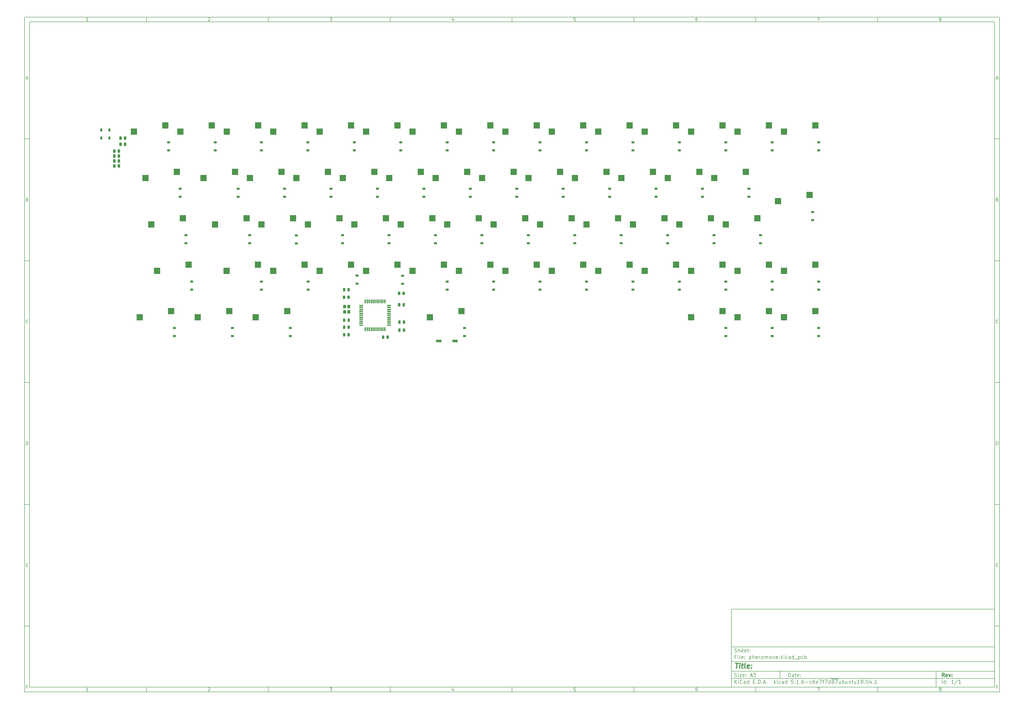
<source format=gbp>
G04 #@! TF.GenerationSoftware,KiCad,Pcbnew,5.1.6-c6e7f7d~87~ubuntu18.04.1*
G04 #@! TF.CreationDate,2020-08-29T00:17:55+02:00*
G04 #@! TF.ProjectId,pheromone,70686572-6f6d-46f6-9e65-2e6b69636164,rev?*
G04 #@! TF.SameCoordinates,Original*
G04 #@! TF.FileFunction,Paste,Bot*
G04 #@! TF.FilePolarity,Positive*
%FSLAX46Y46*%
G04 Gerber Fmt 4.6, Leading zero omitted, Abs format (unit mm)*
G04 Created by KiCad (PCBNEW 5.1.6-c6e7f7d~87~ubuntu18.04.1) date 2020-08-29 00:17:55*
%MOMM*%
%LPD*%
G01*
G04 APERTURE LIST*
%ADD10C,0.100000*%
%ADD11C,0.150000*%
%ADD12C,0.300000*%
%ADD13C,0.400000*%
%ADD14R,0.900000X1.200000*%
%ADD15R,1.500000X0.550000*%
%ADD16R,0.550000X1.500000*%
%ADD17R,1.200000X1.400000*%
%ADD18R,2.550000X2.500000*%
%ADD19R,1.200000X0.900000*%
%ADD20R,2.160000X1.120000*%
G04 APERTURE END LIST*
D10*
D11*
X299989000Y-253002200D02*
X299989000Y-285002200D01*
X407989000Y-285002200D01*
X407989000Y-253002200D01*
X299989000Y-253002200D01*
D10*
D11*
X10000000Y-10000000D02*
X10000000Y-287002200D01*
X409989000Y-287002200D01*
X409989000Y-10000000D01*
X10000000Y-10000000D01*
D10*
D11*
X12000000Y-12000000D02*
X12000000Y-285002200D01*
X407989000Y-285002200D01*
X407989000Y-12000000D01*
X12000000Y-12000000D01*
D10*
D11*
X60000000Y-12000000D02*
X60000000Y-10000000D01*
D10*
D11*
X110000000Y-12000000D02*
X110000000Y-10000000D01*
D10*
D11*
X160000000Y-12000000D02*
X160000000Y-10000000D01*
D10*
D11*
X210000000Y-12000000D02*
X210000000Y-10000000D01*
D10*
D11*
X260000000Y-12000000D02*
X260000000Y-10000000D01*
D10*
D11*
X310000000Y-12000000D02*
X310000000Y-10000000D01*
D10*
D11*
X360000000Y-12000000D02*
X360000000Y-10000000D01*
D10*
D11*
X36065476Y-11588095D02*
X35322619Y-11588095D01*
X35694047Y-11588095D02*
X35694047Y-10288095D01*
X35570238Y-10473809D01*
X35446428Y-10597619D01*
X35322619Y-10659523D01*
D10*
D11*
X85322619Y-10411904D02*
X85384523Y-10350000D01*
X85508333Y-10288095D01*
X85817857Y-10288095D01*
X85941666Y-10350000D01*
X86003571Y-10411904D01*
X86065476Y-10535714D01*
X86065476Y-10659523D01*
X86003571Y-10845238D01*
X85260714Y-11588095D01*
X86065476Y-11588095D01*
D10*
D11*
X135260714Y-10288095D02*
X136065476Y-10288095D01*
X135632142Y-10783333D01*
X135817857Y-10783333D01*
X135941666Y-10845238D01*
X136003571Y-10907142D01*
X136065476Y-11030952D01*
X136065476Y-11340476D01*
X136003571Y-11464285D01*
X135941666Y-11526190D01*
X135817857Y-11588095D01*
X135446428Y-11588095D01*
X135322619Y-11526190D01*
X135260714Y-11464285D01*
D10*
D11*
X185941666Y-10721428D02*
X185941666Y-11588095D01*
X185632142Y-10226190D02*
X185322619Y-11154761D01*
X186127380Y-11154761D01*
D10*
D11*
X236003571Y-10288095D02*
X235384523Y-10288095D01*
X235322619Y-10907142D01*
X235384523Y-10845238D01*
X235508333Y-10783333D01*
X235817857Y-10783333D01*
X235941666Y-10845238D01*
X236003571Y-10907142D01*
X236065476Y-11030952D01*
X236065476Y-11340476D01*
X236003571Y-11464285D01*
X235941666Y-11526190D01*
X235817857Y-11588095D01*
X235508333Y-11588095D01*
X235384523Y-11526190D01*
X235322619Y-11464285D01*
D10*
D11*
X285941666Y-10288095D02*
X285694047Y-10288095D01*
X285570238Y-10350000D01*
X285508333Y-10411904D01*
X285384523Y-10597619D01*
X285322619Y-10845238D01*
X285322619Y-11340476D01*
X285384523Y-11464285D01*
X285446428Y-11526190D01*
X285570238Y-11588095D01*
X285817857Y-11588095D01*
X285941666Y-11526190D01*
X286003571Y-11464285D01*
X286065476Y-11340476D01*
X286065476Y-11030952D01*
X286003571Y-10907142D01*
X285941666Y-10845238D01*
X285817857Y-10783333D01*
X285570238Y-10783333D01*
X285446428Y-10845238D01*
X285384523Y-10907142D01*
X285322619Y-11030952D01*
D10*
D11*
X335260714Y-10288095D02*
X336127380Y-10288095D01*
X335570238Y-11588095D01*
D10*
D11*
X385570238Y-10845238D02*
X385446428Y-10783333D01*
X385384523Y-10721428D01*
X385322619Y-10597619D01*
X385322619Y-10535714D01*
X385384523Y-10411904D01*
X385446428Y-10350000D01*
X385570238Y-10288095D01*
X385817857Y-10288095D01*
X385941666Y-10350000D01*
X386003571Y-10411904D01*
X386065476Y-10535714D01*
X386065476Y-10597619D01*
X386003571Y-10721428D01*
X385941666Y-10783333D01*
X385817857Y-10845238D01*
X385570238Y-10845238D01*
X385446428Y-10907142D01*
X385384523Y-10969047D01*
X385322619Y-11092857D01*
X385322619Y-11340476D01*
X385384523Y-11464285D01*
X385446428Y-11526190D01*
X385570238Y-11588095D01*
X385817857Y-11588095D01*
X385941666Y-11526190D01*
X386003571Y-11464285D01*
X386065476Y-11340476D01*
X386065476Y-11092857D01*
X386003571Y-10969047D01*
X385941666Y-10907142D01*
X385817857Y-10845238D01*
D10*
D11*
X60000000Y-285002200D02*
X60000000Y-287002200D01*
D10*
D11*
X110000000Y-285002200D02*
X110000000Y-287002200D01*
D10*
D11*
X160000000Y-285002200D02*
X160000000Y-287002200D01*
D10*
D11*
X210000000Y-285002200D02*
X210000000Y-287002200D01*
D10*
D11*
X260000000Y-285002200D02*
X260000000Y-287002200D01*
D10*
D11*
X310000000Y-285002200D02*
X310000000Y-287002200D01*
D10*
D11*
X360000000Y-285002200D02*
X360000000Y-287002200D01*
D10*
D11*
X36065476Y-286590295D02*
X35322619Y-286590295D01*
X35694047Y-286590295D02*
X35694047Y-285290295D01*
X35570238Y-285476009D01*
X35446428Y-285599819D01*
X35322619Y-285661723D01*
D10*
D11*
X85322619Y-285414104D02*
X85384523Y-285352200D01*
X85508333Y-285290295D01*
X85817857Y-285290295D01*
X85941666Y-285352200D01*
X86003571Y-285414104D01*
X86065476Y-285537914D01*
X86065476Y-285661723D01*
X86003571Y-285847438D01*
X85260714Y-286590295D01*
X86065476Y-286590295D01*
D10*
D11*
X135260714Y-285290295D02*
X136065476Y-285290295D01*
X135632142Y-285785533D01*
X135817857Y-285785533D01*
X135941666Y-285847438D01*
X136003571Y-285909342D01*
X136065476Y-286033152D01*
X136065476Y-286342676D01*
X136003571Y-286466485D01*
X135941666Y-286528390D01*
X135817857Y-286590295D01*
X135446428Y-286590295D01*
X135322619Y-286528390D01*
X135260714Y-286466485D01*
D10*
D11*
X185941666Y-285723628D02*
X185941666Y-286590295D01*
X185632142Y-285228390D02*
X185322619Y-286156961D01*
X186127380Y-286156961D01*
D10*
D11*
X236003571Y-285290295D02*
X235384523Y-285290295D01*
X235322619Y-285909342D01*
X235384523Y-285847438D01*
X235508333Y-285785533D01*
X235817857Y-285785533D01*
X235941666Y-285847438D01*
X236003571Y-285909342D01*
X236065476Y-286033152D01*
X236065476Y-286342676D01*
X236003571Y-286466485D01*
X235941666Y-286528390D01*
X235817857Y-286590295D01*
X235508333Y-286590295D01*
X235384523Y-286528390D01*
X235322619Y-286466485D01*
D10*
D11*
X285941666Y-285290295D02*
X285694047Y-285290295D01*
X285570238Y-285352200D01*
X285508333Y-285414104D01*
X285384523Y-285599819D01*
X285322619Y-285847438D01*
X285322619Y-286342676D01*
X285384523Y-286466485D01*
X285446428Y-286528390D01*
X285570238Y-286590295D01*
X285817857Y-286590295D01*
X285941666Y-286528390D01*
X286003571Y-286466485D01*
X286065476Y-286342676D01*
X286065476Y-286033152D01*
X286003571Y-285909342D01*
X285941666Y-285847438D01*
X285817857Y-285785533D01*
X285570238Y-285785533D01*
X285446428Y-285847438D01*
X285384523Y-285909342D01*
X285322619Y-286033152D01*
D10*
D11*
X335260714Y-285290295D02*
X336127380Y-285290295D01*
X335570238Y-286590295D01*
D10*
D11*
X385570238Y-285847438D02*
X385446428Y-285785533D01*
X385384523Y-285723628D01*
X385322619Y-285599819D01*
X385322619Y-285537914D01*
X385384523Y-285414104D01*
X385446428Y-285352200D01*
X385570238Y-285290295D01*
X385817857Y-285290295D01*
X385941666Y-285352200D01*
X386003571Y-285414104D01*
X386065476Y-285537914D01*
X386065476Y-285599819D01*
X386003571Y-285723628D01*
X385941666Y-285785533D01*
X385817857Y-285847438D01*
X385570238Y-285847438D01*
X385446428Y-285909342D01*
X385384523Y-285971247D01*
X385322619Y-286095057D01*
X385322619Y-286342676D01*
X385384523Y-286466485D01*
X385446428Y-286528390D01*
X385570238Y-286590295D01*
X385817857Y-286590295D01*
X385941666Y-286528390D01*
X386003571Y-286466485D01*
X386065476Y-286342676D01*
X386065476Y-286095057D01*
X386003571Y-285971247D01*
X385941666Y-285909342D01*
X385817857Y-285847438D01*
D10*
D11*
X10000000Y-60000000D02*
X12000000Y-60000000D01*
D10*
D11*
X10000000Y-110000000D02*
X12000000Y-110000000D01*
D10*
D11*
X10000000Y-160000000D02*
X12000000Y-160000000D01*
D10*
D11*
X10000000Y-210000000D02*
X12000000Y-210000000D01*
D10*
D11*
X10000000Y-260000000D02*
X12000000Y-260000000D01*
D10*
D11*
X10690476Y-35216666D02*
X11309523Y-35216666D01*
X10566666Y-35588095D02*
X11000000Y-34288095D01*
X11433333Y-35588095D01*
D10*
D11*
X11092857Y-84907142D02*
X11278571Y-84969047D01*
X11340476Y-85030952D01*
X11402380Y-85154761D01*
X11402380Y-85340476D01*
X11340476Y-85464285D01*
X11278571Y-85526190D01*
X11154761Y-85588095D01*
X10659523Y-85588095D01*
X10659523Y-84288095D01*
X11092857Y-84288095D01*
X11216666Y-84350000D01*
X11278571Y-84411904D01*
X11340476Y-84535714D01*
X11340476Y-84659523D01*
X11278571Y-84783333D01*
X11216666Y-84845238D01*
X11092857Y-84907142D01*
X10659523Y-84907142D01*
D10*
D11*
X11402380Y-135464285D02*
X11340476Y-135526190D01*
X11154761Y-135588095D01*
X11030952Y-135588095D01*
X10845238Y-135526190D01*
X10721428Y-135402380D01*
X10659523Y-135278571D01*
X10597619Y-135030952D01*
X10597619Y-134845238D01*
X10659523Y-134597619D01*
X10721428Y-134473809D01*
X10845238Y-134350000D01*
X11030952Y-134288095D01*
X11154761Y-134288095D01*
X11340476Y-134350000D01*
X11402380Y-134411904D01*
D10*
D11*
X10659523Y-185588095D02*
X10659523Y-184288095D01*
X10969047Y-184288095D01*
X11154761Y-184350000D01*
X11278571Y-184473809D01*
X11340476Y-184597619D01*
X11402380Y-184845238D01*
X11402380Y-185030952D01*
X11340476Y-185278571D01*
X11278571Y-185402380D01*
X11154761Y-185526190D01*
X10969047Y-185588095D01*
X10659523Y-185588095D01*
D10*
D11*
X10721428Y-234907142D02*
X11154761Y-234907142D01*
X11340476Y-235588095D02*
X10721428Y-235588095D01*
X10721428Y-234288095D01*
X11340476Y-234288095D01*
D10*
D11*
X11185714Y-284907142D02*
X10752380Y-284907142D01*
X10752380Y-285588095D02*
X10752380Y-284288095D01*
X11371428Y-284288095D01*
D10*
D11*
X409989000Y-60000000D02*
X407989000Y-60000000D01*
D10*
D11*
X409989000Y-110000000D02*
X407989000Y-110000000D01*
D10*
D11*
X409989000Y-160000000D02*
X407989000Y-160000000D01*
D10*
D11*
X409989000Y-210000000D02*
X407989000Y-210000000D01*
D10*
D11*
X409989000Y-260000000D02*
X407989000Y-260000000D01*
D10*
D11*
X408679476Y-35216666D02*
X409298523Y-35216666D01*
X408555666Y-35588095D02*
X408989000Y-34288095D01*
X409422333Y-35588095D01*
D10*
D11*
X409081857Y-84907142D02*
X409267571Y-84969047D01*
X409329476Y-85030952D01*
X409391380Y-85154761D01*
X409391380Y-85340476D01*
X409329476Y-85464285D01*
X409267571Y-85526190D01*
X409143761Y-85588095D01*
X408648523Y-85588095D01*
X408648523Y-84288095D01*
X409081857Y-84288095D01*
X409205666Y-84350000D01*
X409267571Y-84411904D01*
X409329476Y-84535714D01*
X409329476Y-84659523D01*
X409267571Y-84783333D01*
X409205666Y-84845238D01*
X409081857Y-84907142D01*
X408648523Y-84907142D01*
D10*
D11*
X409391380Y-135464285D02*
X409329476Y-135526190D01*
X409143761Y-135588095D01*
X409019952Y-135588095D01*
X408834238Y-135526190D01*
X408710428Y-135402380D01*
X408648523Y-135278571D01*
X408586619Y-135030952D01*
X408586619Y-134845238D01*
X408648523Y-134597619D01*
X408710428Y-134473809D01*
X408834238Y-134350000D01*
X409019952Y-134288095D01*
X409143761Y-134288095D01*
X409329476Y-134350000D01*
X409391380Y-134411904D01*
D10*
D11*
X408648523Y-185588095D02*
X408648523Y-184288095D01*
X408958047Y-184288095D01*
X409143761Y-184350000D01*
X409267571Y-184473809D01*
X409329476Y-184597619D01*
X409391380Y-184845238D01*
X409391380Y-185030952D01*
X409329476Y-185278571D01*
X409267571Y-185402380D01*
X409143761Y-185526190D01*
X408958047Y-185588095D01*
X408648523Y-185588095D01*
D10*
D11*
X408710428Y-234907142D02*
X409143761Y-234907142D01*
X409329476Y-235588095D02*
X408710428Y-235588095D01*
X408710428Y-234288095D01*
X409329476Y-234288095D01*
D10*
D11*
X409174714Y-284907142D02*
X408741380Y-284907142D01*
X408741380Y-285588095D02*
X408741380Y-284288095D01*
X409360428Y-284288095D01*
D10*
D11*
X323421142Y-280780771D02*
X323421142Y-279280771D01*
X323778285Y-279280771D01*
X323992571Y-279352200D01*
X324135428Y-279495057D01*
X324206857Y-279637914D01*
X324278285Y-279923628D01*
X324278285Y-280137914D01*
X324206857Y-280423628D01*
X324135428Y-280566485D01*
X323992571Y-280709342D01*
X323778285Y-280780771D01*
X323421142Y-280780771D01*
X325564000Y-280780771D02*
X325564000Y-279995057D01*
X325492571Y-279852200D01*
X325349714Y-279780771D01*
X325064000Y-279780771D01*
X324921142Y-279852200D01*
X325564000Y-280709342D02*
X325421142Y-280780771D01*
X325064000Y-280780771D01*
X324921142Y-280709342D01*
X324849714Y-280566485D01*
X324849714Y-280423628D01*
X324921142Y-280280771D01*
X325064000Y-280209342D01*
X325421142Y-280209342D01*
X325564000Y-280137914D01*
X326064000Y-279780771D02*
X326635428Y-279780771D01*
X326278285Y-279280771D02*
X326278285Y-280566485D01*
X326349714Y-280709342D01*
X326492571Y-280780771D01*
X326635428Y-280780771D01*
X327706857Y-280709342D02*
X327564000Y-280780771D01*
X327278285Y-280780771D01*
X327135428Y-280709342D01*
X327064000Y-280566485D01*
X327064000Y-279995057D01*
X327135428Y-279852200D01*
X327278285Y-279780771D01*
X327564000Y-279780771D01*
X327706857Y-279852200D01*
X327778285Y-279995057D01*
X327778285Y-280137914D01*
X327064000Y-280280771D01*
X328421142Y-280637914D02*
X328492571Y-280709342D01*
X328421142Y-280780771D01*
X328349714Y-280709342D01*
X328421142Y-280637914D01*
X328421142Y-280780771D01*
X328421142Y-279852200D02*
X328492571Y-279923628D01*
X328421142Y-279995057D01*
X328349714Y-279923628D01*
X328421142Y-279852200D01*
X328421142Y-279995057D01*
D10*
D11*
X299989000Y-281502200D02*
X407989000Y-281502200D01*
D10*
D11*
X301421142Y-283580771D02*
X301421142Y-282080771D01*
X302278285Y-283580771D02*
X301635428Y-282723628D01*
X302278285Y-282080771D02*
X301421142Y-282937914D01*
X302921142Y-283580771D02*
X302921142Y-282580771D01*
X302921142Y-282080771D02*
X302849714Y-282152200D01*
X302921142Y-282223628D01*
X302992571Y-282152200D01*
X302921142Y-282080771D01*
X302921142Y-282223628D01*
X304492571Y-283437914D02*
X304421142Y-283509342D01*
X304206857Y-283580771D01*
X304064000Y-283580771D01*
X303849714Y-283509342D01*
X303706857Y-283366485D01*
X303635428Y-283223628D01*
X303564000Y-282937914D01*
X303564000Y-282723628D01*
X303635428Y-282437914D01*
X303706857Y-282295057D01*
X303849714Y-282152200D01*
X304064000Y-282080771D01*
X304206857Y-282080771D01*
X304421142Y-282152200D01*
X304492571Y-282223628D01*
X305778285Y-283580771D02*
X305778285Y-282795057D01*
X305706857Y-282652200D01*
X305564000Y-282580771D01*
X305278285Y-282580771D01*
X305135428Y-282652200D01*
X305778285Y-283509342D02*
X305635428Y-283580771D01*
X305278285Y-283580771D01*
X305135428Y-283509342D01*
X305064000Y-283366485D01*
X305064000Y-283223628D01*
X305135428Y-283080771D01*
X305278285Y-283009342D01*
X305635428Y-283009342D01*
X305778285Y-282937914D01*
X307135428Y-283580771D02*
X307135428Y-282080771D01*
X307135428Y-283509342D02*
X306992571Y-283580771D01*
X306706857Y-283580771D01*
X306564000Y-283509342D01*
X306492571Y-283437914D01*
X306421142Y-283295057D01*
X306421142Y-282866485D01*
X306492571Y-282723628D01*
X306564000Y-282652200D01*
X306706857Y-282580771D01*
X306992571Y-282580771D01*
X307135428Y-282652200D01*
X308992571Y-282795057D02*
X309492571Y-282795057D01*
X309706857Y-283580771D02*
X308992571Y-283580771D01*
X308992571Y-282080771D01*
X309706857Y-282080771D01*
X310349714Y-283437914D02*
X310421142Y-283509342D01*
X310349714Y-283580771D01*
X310278285Y-283509342D01*
X310349714Y-283437914D01*
X310349714Y-283580771D01*
X311064000Y-283580771D02*
X311064000Y-282080771D01*
X311421142Y-282080771D01*
X311635428Y-282152200D01*
X311778285Y-282295057D01*
X311849714Y-282437914D01*
X311921142Y-282723628D01*
X311921142Y-282937914D01*
X311849714Y-283223628D01*
X311778285Y-283366485D01*
X311635428Y-283509342D01*
X311421142Y-283580771D01*
X311064000Y-283580771D01*
X312564000Y-283437914D02*
X312635428Y-283509342D01*
X312564000Y-283580771D01*
X312492571Y-283509342D01*
X312564000Y-283437914D01*
X312564000Y-283580771D01*
X313206857Y-283152200D02*
X313921142Y-283152200D01*
X313064000Y-283580771D02*
X313564000Y-282080771D01*
X314064000Y-283580771D01*
X314564000Y-283437914D02*
X314635428Y-283509342D01*
X314564000Y-283580771D01*
X314492571Y-283509342D01*
X314564000Y-283437914D01*
X314564000Y-283580771D01*
X317564000Y-283580771D02*
X317564000Y-282080771D01*
X317706857Y-283009342D02*
X318135428Y-283580771D01*
X318135428Y-282580771D02*
X317564000Y-283152200D01*
X318778285Y-283580771D02*
X318778285Y-282580771D01*
X318778285Y-282080771D02*
X318706857Y-282152200D01*
X318778285Y-282223628D01*
X318849714Y-282152200D01*
X318778285Y-282080771D01*
X318778285Y-282223628D01*
X320135428Y-283509342D02*
X319992571Y-283580771D01*
X319706857Y-283580771D01*
X319564000Y-283509342D01*
X319492571Y-283437914D01*
X319421142Y-283295057D01*
X319421142Y-282866485D01*
X319492571Y-282723628D01*
X319564000Y-282652200D01*
X319706857Y-282580771D01*
X319992571Y-282580771D01*
X320135428Y-282652200D01*
X321421142Y-283580771D02*
X321421142Y-282795057D01*
X321349714Y-282652200D01*
X321206857Y-282580771D01*
X320921142Y-282580771D01*
X320778285Y-282652200D01*
X321421142Y-283509342D02*
X321278285Y-283580771D01*
X320921142Y-283580771D01*
X320778285Y-283509342D01*
X320706857Y-283366485D01*
X320706857Y-283223628D01*
X320778285Y-283080771D01*
X320921142Y-283009342D01*
X321278285Y-283009342D01*
X321421142Y-282937914D01*
X322778285Y-283580771D02*
X322778285Y-282080771D01*
X322778285Y-283509342D02*
X322635428Y-283580771D01*
X322349714Y-283580771D01*
X322206857Y-283509342D01*
X322135428Y-283437914D01*
X322064000Y-283295057D01*
X322064000Y-282866485D01*
X322135428Y-282723628D01*
X322206857Y-282652200D01*
X322349714Y-282580771D01*
X322635428Y-282580771D01*
X322778285Y-282652200D01*
X325349714Y-282080771D02*
X324635428Y-282080771D01*
X324564000Y-282795057D01*
X324635428Y-282723628D01*
X324778285Y-282652200D01*
X325135428Y-282652200D01*
X325278285Y-282723628D01*
X325349714Y-282795057D01*
X325421142Y-282937914D01*
X325421142Y-283295057D01*
X325349714Y-283437914D01*
X325278285Y-283509342D01*
X325135428Y-283580771D01*
X324778285Y-283580771D01*
X324635428Y-283509342D01*
X324564000Y-283437914D01*
X326064000Y-283437914D02*
X326135428Y-283509342D01*
X326064000Y-283580771D01*
X325992571Y-283509342D01*
X326064000Y-283437914D01*
X326064000Y-283580771D01*
X327564000Y-283580771D02*
X326706857Y-283580771D01*
X327135428Y-283580771D02*
X327135428Y-282080771D01*
X326992571Y-282295057D01*
X326849714Y-282437914D01*
X326706857Y-282509342D01*
X328206857Y-283437914D02*
X328278285Y-283509342D01*
X328206857Y-283580771D01*
X328135428Y-283509342D01*
X328206857Y-283437914D01*
X328206857Y-283580771D01*
X329564000Y-282080771D02*
X329278285Y-282080771D01*
X329135428Y-282152200D01*
X329064000Y-282223628D01*
X328921142Y-282437914D01*
X328849714Y-282723628D01*
X328849714Y-283295057D01*
X328921142Y-283437914D01*
X328992571Y-283509342D01*
X329135428Y-283580771D01*
X329421142Y-283580771D01*
X329564000Y-283509342D01*
X329635428Y-283437914D01*
X329706857Y-283295057D01*
X329706857Y-282937914D01*
X329635428Y-282795057D01*
X329564000Y-282723628D01*
X329421142Y-282652200D01*
X329135428Y-282652200D01*
X328992571Y-282723628D01*
X328921142Y-282795057D01*
X328849714Y-282937914D01*
X330349714Y-283009342D02*
X331492571Y-283009342D01*
X332849714Y-283509342D02*
X332706857Y-283580771D01*
X332421142Y-283580771D01*
X332278285Y-283509342D01*
X332206857Y-283437914D01*
X332135428Y-283295057D01*
X332135428Y-282866485D01*
X332206857Y-282723628D01*
X332278285Y-282652200D01*
X332421142Y-282580771D01*
X332706857Y-282580771D01*
X332849714Y-282652200D01*
X334135428Y-282080771D02*
X333849714Y-282080771D01*
X333706857Y-282152200D01*
X333635428Y-282223628D01*
X333492571Y-282437914D01*
X333421142Y-282723628D01*
X333421142Y-283295057D01*
X333492571Y-283437914D01*
X333564000Y-283509342D01*
X333706857Y-283580771D01*
X333992571Y-283580771D01*
X334135428Y-283509342D01*
X334206857Y-283437914D01*
X334278285Y-283295057D01*
X334278285Y-282937914D01*
X334206857Y-282795057D01*
X334135428Y-282723628D01*
X333992571Y-282652200D01*
X333706857Y-282652200D01*
X333564000Y-282723628D01*
X333492571Y-282795057D01*
X333421142Y-282937914D01*
X335492571Y-283509342D02*
X335349714Y-283580771D01*
X335064000Y-283580771D01*
X334921142Y-283509342D01*
X334849714Y-283366485D01*
X334849714Y-282795057D01*
X334921142Y-282652200D01*
X335064000Y-282580771D01*
X335349714Y-282580771D01*
X335492571Y-282652200D01*
X335564000Y-282795057D01*
X335564000Y-282937914D01*
X334849714Y-283080771D01*
X336064000Y-282080771D02*
X337064000Y-282080771D01*
X336421142Y-283580771D01*
X337421142Y-282580771D02*
X337992571Y-282580771D01*
X337635428Y-283580771D02*
X337635428Y-282295057D01*
X337706857Y-282152200D01*
X337849714Y-282080771D01*
X337992571Y-282080771D01*
X338349714Y-282080771D02*
X339349714Y-282080771D01*
X338706857Y-283580771D01*
X340564000Y-283580771D02*
X340564000Y-282080771D01*
X340564000Y-283509342D02*
X340421142Y-283580771D01*
X340135428Y-283580771D01*
X339992571Y-283509342D01*
X339921142Y-283437914D01*
X339849714Y-283295057D01*
X339849714Y-282866485D01*
X339921142Y-282723628D01*
X339992571Y-282652200D01*
X340135428Y-282580771D01*
X340421142Y-282580771D01*
X340564000Y-282652200D01*
X340921142Y-281672200D02*
X342349714Y-281672200D01*
X341492571Y-282723628D02*
X341349714Y-282652200D01*
X341278285Y-282580771D01*
X341206857Y-282437914D01*
X341206857Y-282366485D01*
X341278285Y-282223628D01*
X341349714Y-282152200D01*
X341492571Y-282080771D01*
X341778285Y-282080771D01*
X341921142Y-282152200D01*
X341992571Y-282223628D01*
X342064000Y-282366485D01*
X342064000Y-282437914D01*
X341992571Y-282580771D01*
X341921142Y-282652200D01*
X341778285Y-282723628D01*
X341492571Y-282723628D01*
X341349714Y-282795057D01*
X341278285Y-282866485D01*
X341206857Y-283009342D01*
X341206857Y-283295057D01*
X341278285Y-283437914D01*
X341349714Y-283509342D01*
X341492571Y-283580771D01*
X341778285Y-283580771D01*
X341921142Y-283509342D01*
X341992571Y-283437914D01*
X342064000Y-283295057D01*
X342064000Y-283009342D01*
X341992571Y-282866485D01*
X341921142Y-282795057D01*
X341778285Y-282723628D01*
X342349714Y-281672200D02*
X343778285Y-281672200D01*
X342564000Y-282080771D02*
X343564000Y-282080771D01*
X342921142Y-283580771D01*
X344778285Y-282580771D02*
X344778285Y-283580771D01*
X344135428Y-282580771D02*
X344135428Y-283366485D01*
X344206857Y-283509342D01*
X344349714Y-283580771D01*
X344564000Y-283580771D01*
X344706857Y-283509342D01*
X344778285Y-283437914D01*
X345492571Y-283580771D02*
X345492571Y-282080771D01*
X345492571Y-282652200D02*
X345635428Y-282580771D01*
X345921142Y-282580771D01*
X346064000Y-282652200D01*
X346135428Y-282723628D01*
X346206857Y-282866485D01*
X346206857Y-283295057D01*
X346135428Y-283437914D01*
X346064000Y-283509342D01*
X345921142Y-283580771D01*
X345635428Y-283580771D01*
X345492571Y-283509342D01*
X347492571Y-282580771D02*
X347492571Y-283580771D01*
X346849714Y-282580771D02*
X346849714Y-283366485D01*
X346921142Y-283509342D01*
X347064000Y-283580771D01*
X347278285Y-283580771D01*
X347421142Y-283509342D01*
X347492571Y-283437914D01*
X348206857Y-282580771D02*
X348206857Y-283580771D01*
X348206857Y-282723628D02*
X348278285Y-282652200D01*
X348421142Y-282580771D01*
X348635428Y-282580771D01*
X348778285Y-282652200D01*
X348849714Y-282795057D01*
X348849714Y-283580771D01*
X349349714Y-282580771D02*
X349921142Y-282580771D01*
X349564000Y-282080771D02*
X349564000Y-283366485D01*
X349635428Y-283509342D01*
X349778285Y-283580771D01*
X349921142Y-283580771D01*
X351064000Y-282580771D02*
X351064000Y-283580771D01*
X350421142Y-282580771D02*
X350421142Y-283366485D01*
X350492571Y-283509342D01*
X350635428Y-283580771D01*
X350849714Y-283580771D01*
X350992571Y-283509342D01*
X351064000Y-283437914D01*
X352564000Y-283580771D02*
X351706857Y-283580771D01*
X352135428Y-283580771D02*
X352135428Y-282080771D01*
X351992571Y-282295057D01*
X351849714Y-282437914D01*
X351706857Y-282509342D01*
X353421142Y-282723628D02*
X353278285Y-282652200D01*
X353206857Y-282580771D01*
X353135428Y-282437914D01*
X353135428Y-282366485D01*
X353206857Y-282223628D01*
X353278285Y-282152200D01*
X353421142Y-282080771D01*
X353706857Y-282080771D01*
X353849714Y-282152200D01*
X353921142Y-282223628D01*
X353992571Y-282366485D01*
X353992571Y-282437914D01*
X353921142Y-282580771D01*
X353849714Y-282652200D01*
X353706857Y-282723628D01*
X353421142Y-282723628D01*
X353278285Y-282795057D01*
X353206857Y-282866485D01*
X353135428Y-283009342D01*
X353135428Y-283295057D01*
X353206857Y-283437914D01*
X353278285Y-283509342D01*
X353421142Y-283580771D01*
X353706857Y-283580771D01*
X353849714Y-283509342D01*
X353921142Y-283437914D01*
X353992571Y-283295057D01*
X353992571Y-283009342D01*
X353921142Y-282866485D01*
X353849714Y-282795057D01*
X353706857Y-282723628D01*
X354635428Y-283437914D02*
X354706857Y-283509342D01*
X354635428Y-283580771D01*
X354564000Y-283509342D01*
X354635428Y-283437914D01*
X354635428Y-283580771D01*
X355635428Y-282080771D02*
X355778285Y-282080771D01*
X355921142Y-282152200D01*
X355992571Y-282223628D01*
X356064000Y-282366485D01*
X356135428Y-282652200D01*
X356135428Y-283009342D01*
X356064000Y-283295057D01*
X355992571Y-283437914D01*
X355921142Y-283509342D01*
X355778285Y-283580771D01*
X355635428Y-283580771D01*
X355492571Y-283509342D01*
X355421142Y-283437914D01*
X355349714Y-283295057D01*
X355278285Y-283009342D01*
X355278285Y-282652200D01*
X355349714Y-282366485D01*
X355421142Y-282223628D01*
X355492571Y-282152200D01*
X355635428Y-282080771D01*
X357421142Y-282580771D02*
X357421142Y-283580771D01*
X357064000Y-282009342D02*
X356706857Y-283080771D01*
X357635428Y-283080771D01*
X358206857Y-283437914D02*
X358278285Y-283509342D01*
X358206857Y-283580771D01*
X358135428Y-283509342D01*
X358206857Y-283437914D01*
X358206857Y-283580771D01*
X359706857Y-283580771D02*
X358849714Y-283580771D01*
X359278285Y-283580771D02*
X359278285Y-282080771D01*
X359135428Y-282295057D01*
X358992571Y-282437914D01*
X358849714Y-282509342D01*
D10*
D11*
X299989000Y-278502200D02*
X407989000Y-278502200D01*
D10*
D12*
X387398285Y-280780771D02*
X386898285Y-280066485D01*
X386541142Y-280780771D02*
X386541142Y-279280771D01*
X387112571Y-279280771D01*
X387255428Y-279352200D01*
X387326857Y-279423628D01*
X387398285Y-279566485D01*
X387398285Y-279780771D01*
X387326857Y-279923628D01*
X387255428Y-279995057D01*
X387112571Y-280066485D01*
X386541142Y-280066485D01*
X388612571Y-280709342D02*
X388469714Y-280780771D01*
X388184000Y-280780771D01*
X388041142Y-280709342D01*
X387969714Y-280566485D01*
X387969714Y-279995057D01*
X388041142Y-279852200D01*
X388184000Y-279780771D01*
X388469714Y-279780771D01*
X388612571Y-279852200D01*
X388684000Y-279995057D01*
X388684000Y-280137914D01*
X387969714Y-280280771D01*
X389184000Y-279780771D02*
X389541142Y-280780771D01*
X389898285Y-279780771D01*
X390469714Y-280637914D02*
X390541142Y-280709342D01*
X390469714Y-280780771D01*
X390398285Y-280709342D01*
X390469714Y-280637914D01*
X390469714Y-280780771D01*
X390469714Y-279852200D02*
X390541142Y-279923628D01*
X390469714Y-279995057D01*
X390398285Y-279923628D01*
X390469714Y-279852200D01*
X390469714Y-279995057D01*
D10*
D11*
X301349714Y-280709342D02*
X301564000Y-280780771D01*
X301921142Y-280780771D01*
X302064000Y-280709342D01*
X302135428Y-280637914D01*
X302206857Y-280495057D01*
X302206857Y-280352200D01*
X302135428Y-280209342D01*
X302064000Y-280137914D01*
X301921142Y-280066485D01*
X301635428Y-279995057D01*
X301492571Y-279923628D01*
X301421142Y-279852200D01*
X301349714Y-279709342D01*
X301349714Y-279566485D01*
X301421142Y-279423628D01*
X301492571Y-279352200D01*
X301635428Y-279280771D01*
X301992571Y-279280771D01*
X302206857Y-279352200D01*
X302849714Y-280780771D02*
X302849714Y-279780771D01*
X302849714Y-279280771D02*
X302778285Y-279352200D01*
X302849714Y-279423628D01*
X302921142Y-279352200D01*
X302849714Y-279280771D01*
X302849714Y-279423628D01*
X303421142Y-279780771D02*
X304206857Y-279780771D01*
X303421142Y-280780771D01*
X304206857Y-280780771D01*
X305349714Y-280709342D02*
X305206857Y-280780771D01*
X304921142Y-280780771D01*
X304778285Y-280709342D01*
X304706857Y-280566485D01*
X304706857Y-279995057D01*
X304778285Y-279852200D01*
X304921142Y-279780771D01*
X305206857Y-279780771D01*
X305349714Y-279852200D01*
X305421142Y-279995057D01*
X305421142Y-280137914D01*
X304706857Y-280280771D01*
X306064000Y-280637914D02*
X306135428Y-280709342D01*
X306064000Y-280780771D01*
X305992571Y-280709342D01*
X306064000Y-280637914D01*
X306064000Y-280780771D01*
X306064000Y-279852200D02*
X306135428Y-279923628D01*
X306064000Y-279995057D01*
X305992571Y-279923628D01*
X306064000Y-279852200D01*
X306064000Y-279995057D01*
X307849714Y-280352200D02*
X308564000Y-280352200D01*
X307706857Y-280780771D02*
X308206857Y-279280771D01*
X308706857Y-280780771D01*
X309064000Y-279280771D02*
X309992571Y-279280771D01*
X309492571Y-279852200D01*
X309706857Y-279852200D01*
X309849714Y-279923628D01*
X309921142Y-279995057D01*
X309992571Y-280137914D01*
X309992571Y-280495057D01*
X309921142Y-280637914D01*
X309849714Y-280709342D01*
X309706857Y-280780771D01*
X309278285Y-280780771D01*
X309135428Y-280709342D01*
X309064000Y-280637914D01*
D10*
D11*
X386421142Y-283580771D02*
X386421142Y-282080771D01*
X387778285Y-283580771D02*
X387778285Y-282080771D01*
X387778285Y-283509342D02*
X387635428Y-283580771D01*
X387349714Y-283580771D01*
X387206857Y-283509342D01*
X387135428Y-283437914D01*
X387064000Y-283295057D01*
X387064000Y-282866485D01*
X387135428Y-282723628D01*
X387206857Y-282652200D01*
X387349714Y-282580771D01*
X387635428Y-282580771D01*
X387778285Y-282652200D01*
X388492571Y-283437914D02*
X388564000Y-283509342D01*
X388492571Y-283580771D01*
X388421142Y-283509342D01*
X388492571Y-283437914D01*
X388492571Y-283580771D01*
X388492571Y-282652200D02*
X388564000Y-282723628D01*
X388492571Y-282795057D01*
X388421142Y-282723628D01*
X388492571Y-282652200D01*
X388492571Y-282795057D01*
X391135428Y-283580771D02*
X390278285Y-283580771D01*
X390706857Y-283580771D02*
X390706857Y-282080771D01*
X390564000Y-282295057D01*
X390421142Y-282437914D01*
X390278285Y-282509342D01*
X392849714Y-282009342D02*
X391564000Y-283937914D01*
X394135428Y-283580771D02*
X393278285Y-283580771D01*
X393706857Y-283580771D02*
X393706857Y-282080771D01*
X393564000Y-282295057D01*
X393421142Y-282437914D01*
X393278285Y-282509342D01*
D10*
D11*
X299989000Y-274502200D02*
X407989000Y-274502200D01*
D10*
D13*
X301701380Y-275206961D02*
X302844238Y-275206961D01*
X302022809Y-277206961D02*
X302272809Y-275206961D01*
X303260904Y-277206961D02*
X303427571Y-275873628D01*
X303510904Y-275206961D02*
X303403761Y-275302200D01*
X303487095Y-275397438D01*
X303594238Y-275302200D01*
X303510904Y-275206961D01*
X303487095Y-275397438D01*
X304094238Y-275873628D02*
X304856142Y-275873628D01*
X304463285Y-275206961D02*
X304249000Y-276921247D01*
X304320428Y-277111723D01*
X304499000Y-277206961D01*
X304689476Y-277206961D01*
X305641857Y-277206961D02*
X305463285Y-277111723D01*
X305391857Y-276921247D01*
X305606142Y-275206961D01*
X307177571Y-277111723D02*
X306975190Y-277206961D01*
X306594238Y-277206961D01*
X306415666Y-277111723D01*
X306344238Y-276921247D01*
X306439476Y-276159342D01*
X306558523Y-275968866D01*
X306760904Y-275873628D01*
X307141857Y-275873628D01*
X307320428Y-275968866D01*
X307391857Y-276159342D01*
X307368047Y-276349819D01*
X306391857Y-276540295D01*
X308141857Y-277016485D02*
X308225190Y-277111723D01*
X308118047Y-277206961D01*
X308034714Y-277111723D01*
X308141857Y-277016485D01*
X308118047Y-277206961D01*
X308272809Y-275968866D02*
X308356142Y-276064104D01*
X308249000Y-276159342D01*
X308165666Y-276064104D01*
X308272809Y-275968866D01*
X308249000Y-276159342D01*
D10*
D11*
X301921142Y-272595057D02*
X301421142Y-272595057D01*
X301421142Y-273380771D02*
X301421142Y-271880771D01*
X302135428Y-271880771D01*
X302706857Y-273380771D02*
X302706857Y-272380771D01*
X302706857Y-271880771D02*
X302635428Y-271952200D01*
X302706857Y-272023628D01*
X302778285Y-271952200D01*
X302706857Y-271880771D01*
X302706857Y-272023628D01*
X303635428Y-273380771D02*
X303492571Y-273309342D01*
X303421142Y-273166485D01*
X303421142Y-271880771D01*
X304778285Y-273309342D02*
X304635428Y-273380771D01*
X304349714Y-273380771D01*
X304206857Y-273309342D01*
X304135428Y-273166485D01*
X304135428Y-272595057D01*
X304206857Y-272452200D01*
X304349714Y-272380771D01*
X304635428Y-272380771D01*
X304778285Y-272452200D01*
X304849714Y-272595057D01*
X304849714Y-272737914D01*
X304135428Y-272880771D01*
X305492571Y-273237914D02*
X305564000Y-273309342D01*
X305492571Y-273380771D01*
X305421142Y-273309342D01*
X305492571Y-273237914D01*
X305492571Y-273380771D01*
X305492571Y-272452200D02*
X305564000Y-272523628D01*
X305492571Y-272595057D01*
X305421142Y-272523628D01*
X305492571Y-272452200D01*
X305492571Y-272595057D01*
X307349714Y-272380771D02*
X307349714Y-273880771D01*
X307349714Y-272452200D02*
X307492571Y-272380771D01*
X307778285Y-272380771D01*
X307921142Y-272452200D01*
X307992571Y-272523628D01*
X308064000Y-272666485D01*
X308064000Y-273095057D01*
X307992571Y-273237914D01*
X307921142Y-273309342D01*
X307778285Y-273380771D01*
X307492571Y-273380771D01*
X307349714Y-273309342D01*
X308706857Y-273380771D02*
X308706857Y-271880771D01*
X309349714Y-273380771D02*
X309349714Y-272595057D01*
X309278285Y-272452200D01*
X309135428Y-272380771D01*
X308921142Y-272380771D01*
X308778285Y-272452200D01*
X308706857Y-272523628D01*
X310635428Y-273309342D02*
X310492571Y-273380771D01*
X310206857Y-273380771D01*
X310064000Y-273309342D01*
X309992571Y-273166485D01*
X309992571Y-272595057D01*
X310064000Y-272452200D01*
X310206857Y-272380771D01*
X310492571Y-272380771D01*
X310635428Y-272452200D01*
X310706857Y-272595057D01*
X310706857Y-272737914D01*
X309992571Y-272880771D01*
X311349714Y-273380771D02*
X311349714Y-272380771D01*
X311349714Y-272666485D02*
X311421142Y-272523628D01*
X311492571Y-272452200D01*
X311635428Y-272380771D01*
X311778285Y-272380771D01*
X312492571Y-273380771D02*
X312349714Y-273309342D01*
X312278285Y-273237914D01*
X312206857Y-273095057D01*
X312206857Y-272666485D01*
X312278285Y-272523628D01*
X312349714Y-272452200D01*
X312492571Y-272380771D01*
X312706857Y-272380771D01*
X312849714Y-272452200D01*
X312921142Y-272523628D01*
X312992571Y-272666485D01*
X312992571Y-273095057D01*
X312921142Y-273237914D01*
X312849714Y-273309342D01*
X312706857Y-273380771D01*
X312492571Y-273380771D01*
X313635428Y-273380771D02*
X313635428Y-272380771D01*
X313635428Y-272523628D02*
X313706857Y-272452200D01*
X313849714Y-272380771D01*
X314064000Y-272380771D01*
X314206857Y-272452200D01*
X314278285Y-272595057D01*
X314278285Y-273380771D01*
X314278285Y-272595057D02*
X314349714Y-272452200D01*
X314492571Y-272380771D01*
X314706857Y-272380771D01*
X314849714Y-272452200D01*
X314921142Y-272595057D01*
X314921142Y-273380771D01*
X315849714Y-273380771D02*
X315706857Y-273309342D01*
X315635428Y-273237914D01*
X315564000Y-273095057D01*
X315564000Y-272666485D01*
X315635428Y-272523628D01*
X315706857Y-272452200D01*
X315849714Y-272380771D01*
X316064000Y-272380771D01*
X316206857Y-272452200D01*
X316278285Y-272523628D01*
X316349714Y-272666485D01*
X316349714Y-273095057D01*
X316278285Y-273237914D01*
X316206857Y-273309342D01*
X316064000Y-273380771D01*
X315849714Y-273380771D01*
X316992571Y-272380771D02*
X316992571Y-273380771D01*
X316992571Y-272523628D02*
X317064000Y-272452200D01*
X317206857Y-272380771D01*
X317421142Y-272380771D01*
X317564000Y-272452200D01*
X317635428Y-272595057D01*
X317635428Y-273380771D01*
X318921142Y-273309342D02*
X318778285Y-273380771D01*
X318492571Y-273380771D01*
X318349714Y-273309342D01*
X318278285Y-273166485D01*
X318278285Y-272595057D01*
X318349714Y-272452200D01*
X318492571Y-272380771D01*
X318778285Y-272380771D01*
X318921142Y-272452200D01*
X318992571Y-272595057D01*
X318992571Y-272737914D01*
X318278285Y-272880771D01*
X319635428Y-273237914D02*
X319706857Y-273309342D01*
X319635428Y-273380771D01*
X319564000Y-273309342D01*
X319635428Y-273237914D01*
X319635428Y-273380771D01*
X320349714Y-273380771D02*
X320349714Y-271880771D01*
X320492571Y-272809342D02*
X320921142Y-273380771D01*
X320921142Y-272380771D02*
X320349714Y-272952200D01*
X321564000Y-273380771D02*
X321564000Y-272380771D01*
X321564000Y-271880771D02*
X321492571Y-271952200D01*
X321564000Y-272023628D01*
X321635428Y-271952200D01*
X321564000Y-271880771D01*
X321564000Y-272023628D01*
X322921142Y-273309342D02*
X322778285Y-273380771D01*
X322492571Y-273380771D01*
X322349714Y-273309342D01*
X322278285Y-273237914D01*
X322206857Y-273095057D01*
X322206857Y-272666485D01*
X322278285Y-272523628D01*
X322349714Y-272452200D01*
X322492571Y-272380771D01*
X322778285Y-272380771D01*
X322921142Y-272452200D01*
X324206857Y-273380771D02*
X324206857Y-272595057D01*
X324135428Y-272452200D01*
X323992571Y-272380771D01*
X323706857Y-272380771D01*
X323564000Y-272452200D01*
X324206857Y-273309342D02*
X324064000Y-273380771D01*
X323706857Y-273380771D01*
X323564000Y-273309342D01*
X323492571Y-273166485D01*
X323492571Y-273023628D01*
X323564000Y-272880771D01*
X323706857Y-272809342D01*
X324064000Y-272809342D01*
X324206857Y-272737914D01*
X325564000Y-273380771D02*
X325564000Y-271880771D01*
X325564000Y-273309342D02*
X325421142Y-273380771D01*
X325135428Y-273380771D01*
X324992571Y-273309342D01*
X324921142Y-273237914D01*
X324849714Y-273095057D01*
X324849714Y-272666485D01*
X324921142Y-272523628D01*
X324992571Y-272452200D01*
X325135428Y-272380771D01*
X325421142Y-272380771D01*
X325564000Y-272452200D01*
X325921142Y-273523628D02*
X327064000Y-273523628D01*
X327421142Y-272380771D02*
X327421142Y-273880771D01*
X327421142Y-272452200D02*
X327564000Y-272380771D01*
X327849714Y-272380771D01*
X327992571Y-272452200D01*
X328064000Y-272523628D01*
X328135428Y-272666485D01*
X328135428Y-273095057D01*
X328064000Y-273237914D01*
X327992571Y-273309342D01*
X327849714Y-273380771D01*
X327564000Y-273380771D01*
X327421142Y-273309342D01*
X329421142Y-273309342D02*
X329278285Y-273380771D01*
X328992571Y-273380771D01*
X328849714Y-273309342D01*
X328778285Y-273237914D01*
X328706857Y-273095057D01*
X328706857Y-272666485D01*
X328778285Y-272523628D01*
X328849714Y-272452200D01*
X328992571Y-272380771D01*
X329278285Y-272380771D01*
X329421142Y-272452200D01*
X330064000Y-273380771D02*
X330064000Y-271880771D01*
X330064000Y-272452200D02*
X330206857Y-272380771D01*
X330492571Y-272380771D01*
X330635428Y-272452200D01*
X330706857Y-272523628D01*
X330778285Y-272666485D01*
X330778285Y-273095057D01*
X330706857Y-273237914D01*
X330635428Y-273309342D01*
X330492571Y-273380771D01*
X330206857Y-273380771D01*
X330064000Y-273309342D01*
D10*
D11*
X299989000Y-268502200D02*
X407989000Y-268502200D01*
D10*
D11*
X301349714Y-270609342D02*
X301564000Y-270680771D01*
X301921142Y-270680771D01*
X302064000Y-270609342D01*
X302135428Y-270537914D01*
X302206857Y-270395057D01*
X302206857Y-270252200D01*
X302135428Y-270109342D01*
X302064000Y-270037914D01*
X301921142Y-269966485D01*
X301635428Y-269895057D01*
X301492571Y-269823628D01*
X301421142Y-269752200D01*
X301349714Y-269609342D01*
X301349714Y-269466485D01*
X301421142Y-269323628D01*
X301492571Y-269252200D01*
X301635428Y-269180771D01*
X301992571Y-269180771D01*
X302206857Y-269252200D01*
X302849714Y-270680771D02*
X302849714Y-269180771D01*
X303492571Y-270680771D02*
X303492571Y-269895057D01*
X303421142Y-269752200D01*
X303278285Y-269680771D01*
X303064000Y-269680771D01*
X302921142Y-269752200D01*
X302849714Y-269823628D01*
X304778285Y-270609342D02*
X304635428Y-270680771D01*
X304349714Y-270680771D01*
X304206857Y-270609342D01*
X304135428Y-270466485D01*
X304135428Y-269895057D01*
X304206857Y-269752200D01*
X304349714Y-269680771D01*
X304635428Y-269680771D01*
X304778285Y-269752200D01*
X304849714Y-269895057D01*
X304849714Y-270037914D01*
X304135428Y-270180771D01*
X306064000Y-270609342D02*
X305921142Y-270680771D01*
X305635428Y-270680771D01*
X305492571Y-270609342D01*
X305421142Y-270466485D01*
X305421142Y-269895057D01*
X305492571Y-269752200D01*
X305635428Y-269680771D01*
X305921142Y-269680771D01*
X306064000Y-269752200D01*
X306135428Y-269895057D01*
X306135428Y-270037914D01*
X305421142Y-270180771D01*
X306564000Y-269680771D02*
X307135428Y-269680771D01*
X306778285Y-269180771D02*
X306778285Y-270466485D01*
X306849714Y-270609342D01*
X306992571Y-270680771D01*
X307135428Y-270680771D01*
X307635428Y-270537914D02*
X307706857Y-270609342D01*
X307635428Y-270680771D01*
X307564000Y-270609342D01*
X307635428Y-270537914D01*
X307635428Y-270680771D01*
X307635428Y-269752200D02*
X307706857Y-269823628D01*
X307635428Y-269895057D01*
X307564000Y-269823628D01*
X307635428Y-269752200D01*
X307635428Y-269895057D01*
D10*
D11*
X319989000Y-278502200D02*
X319989000Y-281502200D01*
D10*
D11*
X383989000Y-278502200D02*
X383989000Y-285002200D01*
G36*
G01*
X47302000Y-66599750D02*
X47302000Y-67512250D01*
G75*
G02*
X47058250Y-67756000I-243750J0D01*
G01*
X46570750Y-67756000D01*
G75*
G02*
X46327000Y-67512250I0J243750D01*
G01*
X46327000Y-66599750D01*
G75*
G02*
X46570750Y-66356000I243750J0D01*
G01*
X47058250Y-66356000D01*
G75*
G02*
X47302000Y-66599750I0J-243750D01*
G01*
G37*
G36*
G01*
X49177000Y-66599750D02*
X49177000Y-67512250D01*
G75*
G02*
X48933250Y-67756000I-243750J0D01*
G01*
X48445750Y-67756000D01*
G75*
G02*
X48202000Y-67512250I0J243750D01*
G01*
X48202000Y-66599750D01*
G75*
G02*
X48445750Y-66356000I243750J0D01*
G01*
X48933250Y-66356000D01*
G75*
G02*
X49177000Y-66599750I0J-243750D01*
G01*
G37*
G36*
G01*
X47302000Y-68631750D02*
X47302000Y-69544250D01*
G75*
G02*
X47058250Y-69788000I-243750J0D01*
G01*
X46570750Y-69788000D01*
G75*
G02*
X46327000Y-69544250I0J243750D01*
G01*
X46327000Y-68631750D01*
G75*
G02*
X46570750Y-68388000I243750J0D01*
G01*
X47058250Y-68388000D01*
G75*
G02*
X47302000Y-68631750I0J-243750D01*
G01*
G37*
G36*
G01*
X49177000Y-68631750D02*
X49177000Y-69544250D01*
G75*
G02*
X48933250Y-69788000I-243750J0D01*
G01*
X48445750Y-69788000D01*
G75*
G02*
X48202000Y-69544250I0J243750D01*
G01*
X48202000Y-68631750D01*
G75*
G02*
X48445750Y-68388000I243750J0D01*
G01*
X48933250Y-68388000D01*
G75*
G02*
X49177000Y-68631750I0J-243750D01*
G01*
G37*
G36*
G01*
X47302000Y-70663750D02*
X47302000Y-71576250D01*
G75*
G02*
X47058250Y-71820000I-243750J0D01*
G01*
X46570750Y-71820000D01*
G75*
G02*
X46327000Y-71576250I0J243750D01*
G01*
X46327000Y-70663750D01*
G75*
G02*
X46570750Y-70420000I243750J0D01*
G01*
X47058250Y-70420000D01*
G75*
G02*
X47302000Y-70663750I0J-243750D01*
G01*
G37*
G36*
G01*
X49177000Y-70663750D02*
X49177000Y-71576250D01*
G75*
G02*
X48933250Y-71820000I-243750J0D01*
G01*
X48445750Y-71820000D01*
G75*
G02*
X48202000Y-71576250I0J243750D01*
G01*
X48202000Y-70663750D01*
G75*
G02*
X48445750Y-70420000I243750J0D01*
G01*
X48933250Y-70420000D01*
G75*
G02*
X49177000Y-70663750I0J-243750D01*
G01*
G37*
G36*
G01*
X47302000Y-64567750D02*
X47302000Y-65480250D01*
G75*
G02*
X47058250Y-65724000I-243750J0D01*
G01*
X46570750Y-65724000D01*
G75*
G02*
X46327000Y-65480250I0J243750D01*
G01*
X46327000Y-64567750D01*
G75*
G02*
X46570750Y-64324000I243750J0D01*
G01*
X47058250Y-64324000D01*
G75*
G02*
X47302000Y-64567750I0J-243750D01*
G01*
G37*
G36*
G01*
X49177000Y-64567750D02*
X49177000Y-65480250D01*
G75*
G02*
X48933250Y-65724000I-243750J0D01*
G01*
X48445750Y-65724000D01*
G75*
G02*
X48202000Y-65480250I0J243750D01*
G01*
X48202000Y-64567750D01*
G75*
G02*
X48445750Y-64324000I243750J0D01*
G01*
X48933250Y-64324000D01*
G75*
G02*
X49177000Y-64567750I0J-243750D01*
G01*
G37*
G36*
G01*
X50742000Y-60146250D02*
X50742000Y-59233750D01*
G75*
G02*
X50985750Y-58990000I243750J0D01*
G01*
X51473250Y-58990000D01*
G75*
G02*
X51717000Y-59233750I0J-243750D01*
G01*
X51717000Y-60146250D01*
G75*
G02*
X51473250Y-60390000I-243750J0D01*
G01*
X50985750Y-60390000D01*
G75*
G02*
X50742000Y-60146250I0J243750D01*
G01*
G37*
G36*
G01*
X48867000Y-60146250D02*
X48867000Y-59233750D01*
G75*
G02*
X49110750Y-58990000I243750J0D01*
G01*
X49598250Y-58990000D01*
G75*
G02*
X49842000Y-59233750I0J-243750D01*
G01*
X49842000Y-60146250D01*
G75*
G02*
X49598250Y-60390000I-243750J0D01*
G01*
X49110750Y-60390000D01*
G75*
G02*
X48867000Y-60146250I0J243750D01*
G01*
G37*
G36*
G01*
X50742000Y-62686250D02*
X50742000Y-61773750D01*
G75*
G02*
X50985750Y-61530000I243750J0D01*
G01*
X51473250Y-61530000D01*
G75*
G02*
X51717000Y-61773750I0J-243750D01*
G01*
X51717000Y-62686250D01*
G75*
G02*
X51473250Y-62930000I-243750J0D01*
G01*
X50985750Y-62930000D01*
G75*
G02*
X50742000Y-62686250I0J243750D01*
G01*
G37*
G36*
G01*
X48867000Y-62686250D02*
X48867000Y-61773750D01*
G75*
G02*
X49110750Y-61530000I243750J0D01*
G01*
X49598250Y-61530000D01*
G75*
G02*
X49842000Y-61773750I0J-243750D01*
G01*
X49842000Y-62686250D01*
G75*
G02*
X49598250Y-62930000I-243750J0D01*
G01*
X49110750Y-62930000D01*
G75*
G02*
X48867000Y-62686250I0J243750D01*
G01*
G37*
D14*
X44830000Y-56388000D03*
X41530000Y-56388000D03*
X41530000Y-59690000D03*
X44830000Y-59690000D03*
D15*
X159500000Y-136400000D03*
X159500000Y-135600000D03*
X159500000Y-134800000D03*
X159500000Y-134000000D03*
X159500000Y-133200000D03*
X159500000Y-132400000D03*
X159500000Y-131600000D03*
X159500000Y-130800000D03*
X159500000Y-130000000D03*
X159500000Y-129200000D03*
X159500000Y-128400000D03*
D16*
X157800000Y-126700000D03*
X157000000Y-126700000D03*
X156200000Y-126700000D03*
X155400000Y-126700000D03*
X154600000Y-126700000D03*
X153800000Y-126700000D03*
X153000000Y-126700000D03*
X152200000Y-126700000D03*
X151400000Y-126700000D03*
X150600000Y-126700000D03*
X149800000Y-126700000D03*
D15*
X148100000Y-128400000D03*
X148100000Y-129200000D03*
X148100000Y-130000000D03*
X148100000Y-130800000D03*
X148100000Y-131600000D03*
X148100000Y-132400000D03*
X148100000Y-133200000D03*
X148100000Y-134000000D03*
X148100000Y-134800000D03*
X148100000Y-135600000D03*
X148100000Y-136400000D03*
D16*
X149800000Y-138100000D03*
X150600000Y-138100000D03*
X151400000Y-138100000D03*
X152200000Y-138100000D03*
X153000000Y-138100000D03*
X153800000Y-138100000D03*
X154600000Y-138100000D03*
X155400000Y-138100000D03*
X156200000Y-138100000D03*
X157000000Y-138100000D03*
X157800000Y-138100000D03*
G36*
G01*
X164150000Y-122943750D02*
X164150000Y-123856250D01*
G75*
G02*
X163906250Y-124100000I-243750J0D01*
G01*
X163418750Y-124100000D01*
G75*
G02*
X163175000Y-123856250I0J243750D01*
G01*
X163175000Y-122943750D01*
G75*
G02*
X163418750Y-122700000I243750J0D01*
G01*
X163906250Y-122700000D01*
G75*
G02*
X164150000Y-122943750I0J-243750D01*
G01*
G37*
G36*
G01*
X166025000Y-122943750D02*
X166025000Y-123856250D01*
G75*
G02*
X165781250Y-124100000I-243750J0D01*
G01*
X165293750Y-124100000D01*
G75*
G02*
X165050000Y-123856250I0J243750D01*
G01*
X165050000Y-122943750D01*
G75*
G02*
X165293750Y-122700000I243750J0D01*
G01*
X165781250Y-122700000D01*
G75*
G02*
X166025000Y-122943750I0J-243750D01*
G01*
G37*
G36*
G01*
X165175000Y-138956250D02*
X165175000Y-138043750D01*
G75*
G02*
X165418750Y-137800000I243750J0D01*
G01*
X165906250Y-137800000D01*
G75*
G02*
X166150000Y-138043750I0J-243750D01*
G01*
X166150000Y-138956250D01*
G75*
G02*
X165906250Y-139200000I-243750J0D01*
G01*
X165418750Y-139200000D01*
G75*
G02*
X165175000Y-138956250I0J243750D01*
G01*
G37*
G36*
G01*
X163300000Y-138956250D02*
X163300000Y-138043750D01*
G75*
G02*
X163543750Y-137800000I243750J0D01*
G01*
X164031250Y-137800000D01*
G75*
G02*
X164275000Y-138043750I0J-243750D01*
G01*
X164275000Y-138956250D01*
G75*
G02*
X164031250Y-139200000I-243750J0D01*
G01*
X163543750Y-139200000D01*
G75*
G02*
X163300000Y-138956250I0J243750D01*
G01*
G37*
G36*
G01*
X157575000Y-140943750D02*
X157575000Y-141856250D01*
G75*
G02*
X157331250Y-142100000I-243750J0D01*
G01*
X156843750Y-142100000D01*
G75*
G02*
X156600000Y-141856250I0J243750D01*
G01*
X156600000Y-140943750D01*
G75*
G02*
X156843750Y-140700000I243750J0D01*
G01*
X157331250Y-140700000D01*
G75*
G02*
X157575000Y-140943750I0J-243750D01*
G01*
G37*
G36*
G01*
X159450000Y-140943750D02*
X159450000Y-141856250D01*
G75*
G02*
X159206250Y-142100000I-243750J0D01*
G01*
X158718750Y-142100000D01*
G75*
G02*
X158475000Y-141856250I0J243750D01*
G01*
X158475000Y-140943750D01*
G75*
G02*
X158718750Y-140700000I243750J0D01*
G01*
X159206250Y-140700000D01*
G75*
G02*
X159450000Y-140943750I0J-243750D01*
G01*
G37*
G36*
G01*
X164175000Y-127643750D02*
X164175000Y-128556250D01*
G75*
G02*
X163931250Y-128800000I-243750J0D01*
G01*
X163443750Y-128800000D01*
G75*
G02*
X163200000Y-128556250I0J243750D01*
G01*
X163200000Y-127643750D01*
G75*
G02*
X163443750Y-127400000I243750J0D01*
G01*
X163931250Y-127400000D01*
G75*
G02*
X164175000Y-127643750I0J-243750D01*
G01*
G37*
G36*
G01*
X166050000Y-127643750D02*
X166050000Y-128556250D01*
G75*
G02*
X165806250Y-128800000I-243750J0D01*
G01*
X165318750Y-128800000D01*
G75*
G02*
X165075000Y-128556250I0J243750D01*
G01*
X165075000Y-127643750D01*
G75*
G02*
X165318750Y-127400000I243750J0D01*
G01*
X165806250Y-127400000D01*
G75*
G02*
X166050000Y-127643750I0J-243750D01*
G01*
G37*
G36*
G01*
X164275000Y-134743750D02*
X164275000Y-135656250D01*
G75*
G02*
X164031250Y-135900000I-243750J0D01*
G01*
X163543750Y-135900000D01*
G75*
G02*
X163300000Y-135656250I0J243750D01*
G01*
X163300000Y-134743750D01*
G75*
G02*
X163543750Y-134500000I243750J0D01*
G01*
X164031250Y-134500000D01*
G75*
G02*
X164275000Y-134743750I0J-243750D01*
G01*
G37*
G36*
G01*
X166150000Y-134743750D02*
X166150000Y-135656250D01*
G75*
G02*
X165906250Y-135900000I-243750J0D01*
G01*
X165418750Y-135900000D01*
G75*
G02*
X165175000Y-135656250I0J243750D01*
G01*
X165175000Y-134743750D01*
G75*
G02*
X165418750Y-134500000I243750J0D01*
G01*
X165906250Y-134500000D01*
G75*
G02*
X166150000Y-134743750I0J-243750D01*
G01*
G37*
G36*
G01*
X142475000Y-122356250D02*
X142475000Y-121443750D01*
G75*
G02*
X142718750Y-121200000I243750J0D01*
G01*
X143206250Y-121200000D01*
G75*
G02*
X143450000Y-121443750I0J-243750D01*
G01*
X143450000Y-122356250D01*
G75*
G02*
X143206250Y-122600000I-243750J0D01*
G01*
X142718750Y-122600000D01*
G75*
G02*
X142475000Y-122356250I0J243750D01*
G01*
G37*
G36*
G01*
X140600000Y-122356250D02*
X140600000Y-121443750D01*
G75*
G02*
X140843750Y-121200000I243750J0D01*
G01*
X141331250Y-121200000D01*
G75*
G02*
X141575000Y-121443750I0J-243750D01*
G01*
X141575000Y-122356250D01*
G75*
G02*
X141331250Y-122600000I-243750J0D01*
G01*
X140843750Y-122600000D01*
G75*
G02*
X140600000Y-122356250I0J243750D01*
G01*
G37*
G36*
G01*
X142475000Y-137756250D02*
X142475000Y-136843750D01*
G75*
G02*
X142718750Y-136600000I243750J0D01*
G01*
X143206250Y-136600000D01*
G75*
G02*
X143450000Y-136843750I0J-243750D01*
G01*
X143450000Y-137756250D01*
G75*
G02*
X143206250Y-138000000I-243750J0D01*
G01*
X142718750Y-138000000D01*
G75*
G02*
X142475000Y-137756250I0J243750D01*
G01*
G37*
G36*
G01*
X140600000Y-137756250D02*
X140600000Y-136843750D01*
G75*
G02*
X140843750Y-136600000I243750J0D01*
G01*
X141331250Y-136600000D01*
G75*
G02*
X141575000Y-136843750I0J-243750D01*
G01*
X141575000Y-137756250D01*
G75*
G02*
X141331250Y-138000000I-243750J0D01*
G01*
X140843750Y-138000000D01*
G75*
G02*
X140600000Y-137756250I0J243750D01*
G01*
G37*
G36*
G01*
X142475000Y-140856250D02*
X142475000Y-139943750D01*
G75*
G02*
X142718750Y-139700000I243750J0D01*
G01*
X143206250Y-139700000D01*
G75*
G02*
X143450000Y-139943750I0J-243750D01*
G01*
X143450000Y-140856250D01*
G75*
G02*
X143206250Y-141100000I-243750J0D01*
G01*
X142718750Y-141100000D01*
G75*
G02*
X142475000Y-140856250I0J243750D01*
G01*
G37*
G36*
G01*
X140600000Y-140856250D02*
X140600000Y-139943750D01*
G75*
G02*
X140843750Y-139700000I243750J0D01*
G01*
X141331250Y-139700000D01*
G75*
G02*
X141575000Y-139943750I0J-243750D01*
G01*
X141575000Y-140856250D01*
G75*
G02*
X141331250Y-141100000I-243750J0D01*
G01*
X140843750Y-141100000D01*
G75*
G02*
X140600000Y-140856250I0J243750D01*
G01*
G37*
G36*
G01*
X142475000Y-134856250D02*
X142475000Y-133943750D01*
G75*
G02*
X142718750Y-133700000I243750J0D01*
G01*
X143206250Y-133700000D01*
G75*
G02*
X143450000Y-133943750I0J-243750D01*
G01*
X143450000Y-134856250D01*
G75*
G02*
X143206250Y-135100000I-243750J0D01*
G01*
X142718750Y-135100000D01*
G75*
G02*
X142475000Y-134856250I0J243750D01*
G01*
G37*
G36*
G01*
X140600000Y-134856250D02*
X140600000Y-133943750D01*
G75*
G02*
X140843750Y-133700000I243750J0D01*
G01*
X141331250Y-133700000D01*
G75*
G02*
X141575000Y-133943750I0J-243750D01*
G01*
X141575000Y-134856250D01*
G75*
G02*
X141331250Y-135100000I-243750J0D01*
G01*
X140843750Y-135100000D01*
G75*
G02*
X140600000Y-134856250I0J243750D01*
G01*
G37*
G36*
G01*
X142450000Y-125456250D02*
X142450000Y-124543750D01*
G75*
G02*
X142693750Y-124300000I243750J0D01*
G01*
X143181250Y-124300000D01*
G75*
G02*
X143425000Y-124543750I0J-243750D01*
G01*
X143425000Y-125456250D01*
G75*
G02*
X143181250Y-125700000I-243750J0D01*
G01*
X142693750Y-125700000D01*
G75*
G02*
X142450000Y-125456250I0J243750D01*
G01*
G37*
G36*
G01*
X140575000Y-125456250D02*
X140575000Y-124543750D01*
G75*
G02*
X140818750Y-124300000I243750J0D01*
G01*
X141306250Y-124300000D01*
G75*
G02*
X141550000Y-124543750I0J-243750D01*
G01*
X141550000Y-125456250D01*
G75*
G02*
X141306250Y-125700000I-243750J0D01*
G01*
X140818750Y-125700000D01*
G75*
G02*
X140575000Y-125456250I0J243750D01*
G01*
G37*
D17*
X141300000Y-128800000D03*
X141300000Y-131000000D03*
X143000000Y-131000000D03*
X143000000Y-128800000D03*
D18*
X189198250Y-130651250D03*
X176271250Y-133191250D03*
X296354500Y-54451250D03*
X283427500Y-56991250D03*
X77279500Y-111601250D03*
X64352500Y-114141250D03*
X117760750Y-130651250D03*
X104833750Y-133191250D03*
X93948250Y-130651250D03*
X81021250Y-133191250D03*
X70135750Y-130651250D03*
X57208750Y-133191250D03*
X334454500Y-111601250D03*
X321527500Y-114141250D03*
D19*
X69056250Y-61453125D03*
X69056250Y-64753125D03*
X88200000Y-61400000D03*
X88200000Y-64700000D03*
X107156250Y-61453125D03*
X107156250Y-64753125D03*
X126206250Y-61453125D03*
X126206250Y-64753125D03*
X145256250Y-61453125D03*
X145256250Y-64753125D03*
X164306250Y-61453125D03*
X164306250Y-64753125D03*
X183356250Y-61453125D03*
X183356250Y-64753125D03*
X202406250Y-61453125D03*
X202406250Y-64753125D03*
X221456250Y-61453125D03*
X221456250Y-64753125D03*
X240506250Y-61453125D03*
X240506250Y-64753125D03*
X259556250Y-61453125D03*
X259556250Y-64753125D03*
X278606250Y-61453125D03*
X278606250Y-64753125D03*
X297656250Y-61453125D03*
X297656250Y-64753125D03*
X316706250Y-61453125D03*
X316706250Y-64753125D03*
X335756250Y-61453125D03*
X335756250Y-64753125D03*
X73818750Y-80503125D03*
X73818750Y-83803125D03*
X97631250Y-80500000D03*
X97631250Y-83800000D03*
X116681250Y-80503125D03*
X116681250Y-83803125D03*
X135731250Y-80503125D03*
X135731250Y-83803125D03*
X154781250Y-80503125D03*
X154781250Y-83803125D03*
X173831250Y-80503125D03*
X173831250Y-83803125D03*
X192881250Y-80503125D03*
X192881250Y-83803125D03*
X211931250Y-80503125D03*
X211931250Y-83803125D03*
X230981250Y-80503125D03*
X230981250Y-83803125D03*
X250031250Y-80503125D03*
X250031250Y-83803125D03*
X269081250Y-80503125D03*
X269081250Y-83803125D03*
X288131250Y-80503125D03*
X288131250Y-83803125D03*
X307181250Y-80503125D03*
X307181250Y-83803125D03*
X76200000Y-99553125D03*
X76200000Y-102853125D03*
X102393750Y-99553125D03*
X102393750Y-102853125D03*
X121500000Y-99600000D03*
X121500000Y-102900000D03*
X140493750Y-99553125D03*
X140493750Y-102853125D03*
X159543750Y-99553125D03*
X159543750Y-102853125D03*
X178593750Y-99553125D03*
X178593750Y-102853125D03*
X197643750Y-99553125D03*
X197643750Y-102853125D03*
X216693750Y-99553125D03*
X216693750Y-102853125D03*
X235743750Y-99553125D03*
X235743750Y-102853125D03*
X254793750Y-99553125D03*
X254793750Y-102853125D03*
X273843750Y-99553125D03*
X273843750Y-102853125D03*
X292893750Y-99553125D03*
X292893750Y-102853125D03*
X311943750Y-99553125D03*
X311943750Y-102853125D03*
X333375000Y-90028125D03*
X333375000Y-93328125D03*
X78581250Y-118603125D03*
X78581250Y-121903125D03*
X107156250Y-118603125D03*
X107156250Y-121903125D03*
X126300000Y-118600000D03*
X126300000Y-121900000D03*
X146400000Y-116150000D03*
X146400000Y-119450000D03*
X165106250Y-116203125D03*
X165106250Y-119503125D03*
X183356250Y-118603125D03*
X183356250Y-121903125D03*
X202406250Y-118603125D03*
X202406250Y-121903125D03*
X221456250Y-118603125D03*
X221456250Y-121903125D03*
X240506250Y-118603125D03*
X240506250Y-121903125D03*
X259556250Y-118603125D03*
X259556250Y-121903125D03*
X278606250Y-118603125D03*
X278606250Y-121903125D03*
X297656250Y-118603125D03*
X297656250Y-121903125D03*
X316706250Y-118603125D03*
X316706250Y-121903125D03*
X335756250Y-118603125D03*
X335756250Y-121903125D03*
X71437500Y-137653125D03*
X71437500Y-140953125D03*
X95250000Y-137653125D03*
X95250000Y-140953125D03*
X119062500Y-137653125D03*
X119062500Y-140953125D03*
X190500000Y-137653125D03*
X190500000Y-140953125D03*
X297656250Y-137653125D03*
X297656250Y-140953125D03*
X316706250Y-137653125D03*
X316706250Y-140953125D03*
X335756250Y-137653125D03*
X335756250Y-140953125D03*
D18*
X67754500Y-54451250D03*
X54827500Y-56991250D03*
X86804500Y-54451250D03*
X73877500Y-56991250D03*
X105854500Y-54451250D03*
X92927500Y-56991250D03*
X124904500Y-54451250D03*
X111977500Y-56991250D03*
X143954500Y-54451250D03*
X131027500Y-56991250D03*
X163004500Y-54451250D03*
X150077500Y-56991250D03*
X182054500Y-54451250D03*
X169127500Y-56991250D03*
X201104500Y-54451250D03*
X188177500Y-56991250D03*
X220154500Y-54451250D03*
X207227500Y-56991250D03*
X239204500Y-54451250D03*
X226277500Y-56991250D03*
X258254500Y-54451250D03*
X245327500Y-56991250D03*
X277304500Y-54451250D03*
X264377500Y-56991250D03*
X315404500Y-54451250D03*
X302477500Y-56991250D03*
X334454500Y-54451250D03*
X321527500Y-56991250D03*
X72517000Y-73501250D03*
X59590000Y-76041250D03*
X96329500Y-73501250D03*
X83402500Y-76041250D03*
X115379500Y-73501250D03*
X102452500Y-76041250D03*
X134429500Y-73501250D03*
X121502500Y-76041250D03*
X153479500Y-73501250D03*
X140552500Y-76041250D03*
X172529500Y-73501250D03*
X159602500Y-76041250D03*
X191579500Y-73501250D03*
X178652500Y-76041250D03*
X210629500Y-73501250D03*
X197702500Y-76041250D03*
X229679500Y-73501250D03*
X216752500Y-76041250D03*
X248729500Y-73501250D03*
X235802500Y-76041250D03*
X267779500Y-73501250D03*
X254852500Y-76041250D03*
X286829500Y-73501250D03*
X273902500Y-76041250D03*
X305879500Y-73501250D03*
X292952500Y-76041250D03*
X74898250Y-92551250D03*
X61971250Y-95091250D03*
X101092000Y-92551250D03*
X88165000Y-95091250D03*
X120142000Y-92551250D03*
X107215000Y-95091250D03*
X139192000Y-92551250D03*
X126265000Y-95091250D03*
X158242000Y-92551250D03*
X145315000Y-95091250D03*
X177292000Y-92551250D03*
X164365000Y-95091250D03*
X196342000Y-92551250D03*
X183415000Y-95091250D03*
X215392000Y-92551250D03*
X202465000Y-95091250D03*
X234442000Y-92551250D03*
X221515000Y-95091250D03*
X253492000Y-92551250D03*
X240565000Y-95091250D03*
X272542000Y-92551250D03*
X259615000Y-95091250D03*
X291592000Y-92551250D03*
X278665000Y-95091250D03*
X310642000Y-92551250D03*
X297715000Y-95091250D03*
X319146250Y-85566250D03*
X332073250Y-83026250D03*
X105795750Y-111601250D03*
X92868750Y-114141250D03*
X124904500Y-111601250D03*
X111977500Y-114141250D03*
X143954500Y-111601250D03*
X131027500Y-114141250D03*
X163004500Y-111601250D03*
X150077500Y-114141250D03*
X182054500Y-111601250D03*
X169127500Y-114141250D03*
X201104500Y-111601250D03*
X188177500Y-114141250D03*
X220154500Y-111601250D03*
X207227500Y-114141250D03*
X239204500Y-111601250D03*
X226277500Y-114141250D03*
X258254500Y-111601250D03*
X245327500Y-114141250D03*
X277304500Y-111601250D03*
X264377500Y-114141250D03*
X296354500Y-111601250D03*
X283427500Y-114141250D03*
X315404500Y-111601250D03*
X302477500Y-114141250D03*
X296354500Y-130651250D03*
X283427500Y-133191250D03*
X315404500Y-130651250D03*
X302477500Y-133191250D03*
X334454500Y-130651250D03*
X321527500Y-133191250D03*
D20*
X179900000Y-143000000D03*
X186630000Y-143000000D03*
M02*

</source>
